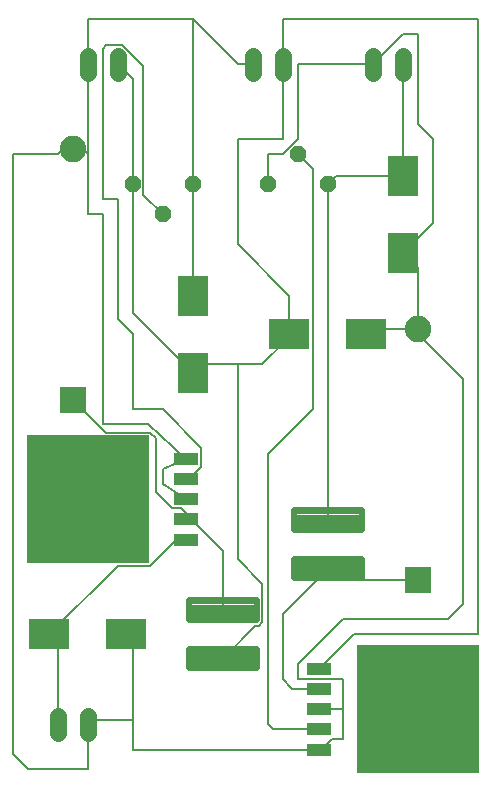
<source format=gbr>
G04 EAGLE Gerber RS-274X export*
G75*
%MOMM*%
%FSLAX34Y34*%
%LPD*%
%INTop Copper*%
%IPPOS*%
%AMOC8*
5,1,8,0,0,1.08239X$1,22.5*%
G01*
%ADD10C,1.422400*%
%ADD11R,3.500000X2.500000*%
%ADD12R,2.500000X3.500000*%
%ADD13R,2.250000X2.250000*%
%ADD14C,2.250000*%
%ADD15R,10.410000X10.800000*%
%ADD16R,2.159000X1.066800*%
%ADD17C,0.550000*%
%ADD18P,1.429621X8X202.500000*%
%ADD19P,1.429621X8X22.500000*%
%ADD20C,0.152400*%


D10*
X228600Y604012D02*
X228600Y589788D01*
X203200Y589788D02*
X203200Y604012D01*
X88900Y604012D02*
X88900Y589788D01*
X63500Y589788D02*
X63500Y604012D01*
X63500Y45212D02*
X63500Y30988D01*
X38100Y30988D02*
X38100Y45212D01*
X330200Y589788D02*
X330200Y604012D01*
X304800Y604012D02*
X304800Y589788D01*
D11*
X234200Y368300D03*
X299200Y368300D03*
X31000Y114300D03*
X96000Y114300D03*
D12*
X330200Y502400D03*
X330200Y437400D03*
X152400Y335800D03*
X152400Y400800D03*
D13*
X50800Y313100D03*
D14*
X50800Y525100D03*
D13*
X342900Y160700D03*
D14*
X342900Y372700D03*
D15*
X63500Y228600D03*
D16*
X146812Y194564D03*
X146812Y211582D03*
X146812Y228600D03*
X146812Y245618D03*
X146812Y262636D03*
D15*
X342900Y50800D03*
D16*
X259588Y84836D03*
X259588Y67818D03*
X259588Y50800D03*
X259588Y33782D03*
X259588Y16764D03*
D17*
X206550Y126550D02*
X149050Y126550D01*
X149050Y143050D01*
X206550Y143050D01*
X206550Y126550D01*
X206550Y131775D02*
X149050Y131775D01*
X149050Y137000D02*
X206550Y137000D01*
X206550Y142225D02*
X149050Y142225D01*
X149050Y102050D02*
X206550Y102050D01*
X206550Y85550D01*
X149050Y85550D01*
X149050Y102050D01*
X149050Y90775D02*
X206550Y90775D01*
X206550Y96000D02*
X149050Y96000D01*
X149050Y101225D02*
X206550Y101225D01*
X237950Y178250D02*
X295450Y178250D01*
X295450Y161750D01*
X237950Y161750D01*
X237950Y178250D01*
X237950Y166975D02*
X295450Y166975D01*
X295450Y172200D02*
X237950Y172200D01*
X237950Y177425D02*
X295450Y177425D01*
X295450Y202750D02*
X237950Y202750D01*
X237950Y219250D01*
X295450Y219250D01*
X295450Y202750D01*
X295450Y207975D02*
X237950Y207975D01*
X237950Y213200D02*
X295450Y213200D01*
X295450Y218425D02*
X237950Y218425D01*
D18*
X152400Y495300D03*
X101600Y495300D03*
X127000Y469900D03*
D19*
X215900Y495300D03*
X266700Y495300D03*
X241300Y520700D03*
D20*
X241300Y596900D02*
X304800Y596900D01*
X241300Y596900D02*
X241300Y533400D01*
X215900Y520700D02*
X215900Y495300D01*
X215900Y520700D02*
X228600Y520700D01*
X241300Y533400D01*
X264076Y18720D02*
X259588Y16764D01*
X146812Y262636D02*
X127000Y254000D01*
X127000Y241300D01*
X146812Y228600D01*
X146812Y262636D02*
X114300Y292100D01*
X76200Y292100D01*
X63500Y469900D02*
X63500Y520700D01*
X63500Y469900D02*
X76200Y469900D01*
X76200Y292100D01*
X152400Y400800D02*
X152400Y495300D01*
X152400Y635000D01*
X63500Y38100D02*
X63500Y0D01*
X38100Y520700D02*
X0Y520700D01*
X12700Y0D02*
X63500Y0D01*
X12700Y0D02*
X0Y12700D01*
X0Y520700D01*
X63500Y635000D02*
X152400Y635000D01*
X63500Y635000D02*
X63500Y596900D01*
X152400Y635000D02*
X190500Y596900D01*
X203200Y596900D01*
X304800Y596900D02*
X330200Y622300D01*
X342900Y622300D01*
X342900Y546100D01*
X355600Y533400D01*
X355600Y462800D01*
X330200Y437400D01*
X42500Y525100D02*
X38100Y520700D01*
X42500Y525100D02*
X50800Y525100D01*
X59100Y525100D01*
X63500Y520700D01*
X63500Y596900D01*
X67564Y42164D02*
X63500Y38100D01*
X67564Y42164D02*
X101600Y42164D01*
X101600Y16764D02*
X259588Y16764D01*
X101600Y108700D02*
X96000Y114300D01*
X101600Y108700D02*
X101600Y42164D01*
X101600Y16764D01*
X270756Y25400D02*
X279400Y25400D01*
X270756Y25400D02*
X264076Y18720D01*
X279400Y50800D02*
X279400Y76200D01*
X241300Y76200D02*
X241300Y88900D01*
X279400Y127000D02*
X368300Y127000D01*
X381000Y139700D01*
X381000Y330200D02*
X342900Y368300D01*
X279400Y76200D02*
X241300Y76200D01*
X241300Y88900D02*
X279400Y127000D01*
X381000Y139700D02*
X381000Y330200D01*
X279400Y50800D02*
X279400Y25400D01*
X299200Y368300D02*
X303600Y372700D01*
X342900Y372700D01*
X342900Y368300D01*
X342900Y424700D02*
X330200Y437400D01*
X342900Y424700D02*
X342900Y372700D01*
X279400Y50800D02*
X259588Y50800D01*
X146812Y215900D02*
X146812Y217088D01*
X146812Y215900D02*
X146812Y211582D01*
X79014Y284886D02*
X50800Y313100D01*
X79014Y284886D02*
X116497Y284886D01*
X121031Y235019D02*
X135070Y220980D01*
X142920Y220980D01*
X146812Y217088D01*
X121031Y280352D02*
X116497Y284886D01*
X121031Y280352D02*
X121031Y235019D01*
X177800Y184912D02*
X177800Y134800D01*
X177800Y184912D02*
X146812Y215900D01*
X152400Y335800D02*
X101600Y386600D01*
X101600Y495300D01*
X211586Y124464D02*
X208636Y121514D01*
X205514Y121514D02*
X177800Y93800D01*
X205514Y121514D02*
X208636Y121514D01*
X101600Y584200D02*
X88900Y596900D01*
X101600Y584200D02*
X101600Y495300D01*
X289052Y114300D02*
X393700Y114300D01*
X393700Y635000D01*
X228600Y596900D02*
X228600Y533400D01*
X190500Y533400D01*
X190500Y444500D01*
X228600Y635000D02*
X393700Y635000D01*
X228600Y635000D02*
X228600Y596900D01*
X190500Y444500D02*
X234200Y400800D01*
X234200Y368300D01*
X159500Y342900D02*
X152400Y335800D01*
X159500Y342900D02*
X190500Y342900D01*
X211586Y342900D01*
X234200Y365514D01*
X234200Y368300D01*
X289052Y114300D02*
X259588Y84836D01*
X211586Y124464D02*
X211586Y156714D01*
X190500Y177800D01*
X190500Y342900D01*
X38100Y76200D02*
X38100Y38100D01*
X38100Y76200D02*
X38100Y107200D01*
X31000Y114300D01*
X89014Y172314D01*
X116497Y172314D01*
X138747Y194564D02*
X146812Y194564D01*
X138747Y194564D02*
X116497Y172314D01*
X92793Y613410D02*
X79502Y613410D01*
X159893Y271907D02*
X159893Y256355D01*
X110490Y595713D02*
X92793Y613410D01*
X110490Y486410D02*
X127000Y469900D01*
X110490Y486410D02*
X110490Y595713D01*
X101600Y368300D02*
X101600Y304800D01*
X127000Y304800D01*
X159893Y271907D01*
X159893Y256355D02*
X149156Y245618D01*
X146812Y245618D01*
X101600Y368300D02*
X88900Y381000D01*
X88900Y482600D01*
X76200Y482600D01*
X76200Y610108D02*
X79502Y613410D01*
X76200Y610108D02*
X76200Y482600D01*
X266700Y170000D02*
X266703Y169775D01*
X266711Y169551D01*
X266724Y169326D01*
X266743Y169102D01*
X266768Y168879D01*
X266798Y168656D01*
X266833Y168434D01*
X266873Y168213D01*
X266919Y167993D01*
X266970Y167774D01*
X267027Y167557D01*
X267088Y167341D01*
X267155Y167126D01*
X267227Y166913D01*
X267304Y166702D01*
X267387Y166493D01*
X267474Y166286D01*
X267566Y166081D01*
X267663Y165878D01*
X267765Y165678D01*
X267872Y165480D01*
X267984Y165285D01*
X268100Y165093D01*
X268221Y164903D01*
X268346Y164717D01*
X268476Y164534D01*
X268610Y164353D01*
X268749Y164176D01*
X268892Y164003D01*
X269039Y163833D01*
X269190Y163667D01*
X269345Y163504D01*
X269504Y163345D01*
X269667Y163190D01*
X269833Y163039D01*
X270003Y162892D01*
X270176Y162749D01*
X270353Y162610D01*
X270534Y162476D01*
X270717Y162346D01*
X270903Y162221D01*
X271093Y162100D01*
X271285Y161984D01*
X271480Y161872D01*
X271678Y161765D01*
X271878Y161663D01*
X272081Y161566D01*
X272286Y161474D01*
X272493Y161387D01*
X272702Y161304D01*
X272913Y161227D01*
X273126Y161155D01*
X273341Y161088D01*
X273557Y161027D01*
X273774Y160970D01*
X273993Y160919D01*
X274213Y160873D01*
X274434Y160833D01*
X274656Y160798D01*
X274879Y160768D01*
X275102Y160743D01*
X275326Y160724D01*
X275551Y160711D01*
X275775Y160703D01*
X276000Y160700D01*
X342900Y160700D01*
X266700Y170000D02*
X228600Y131900D01*
X228600Y76200D02*
X236982Y67818D01*
X228600Y76200D02*
X228600Y131900D01*
X236982Y67818D02*
X254000Y67818D01*
X259588Y67818D01*
X266700Y211000D02*
X266700Y495300D01*
X273800Y502400D02*
X330200Y502400D01*
X330200Y596900D01*
X273800Y502400D02*
X266700Y495300D01*
X254000Y508000D02*
X254000Y304800D01*
X254000Y508000D02*
X241300Y520700D01*
X254000Y304800D02*
X215900Y266700D01*
X215900Y38100D02*
X220218Y33782D01*
X259588Y33782D01*
X215900Y38100D02*
X215900Y266700D01*
M02*

</source>
